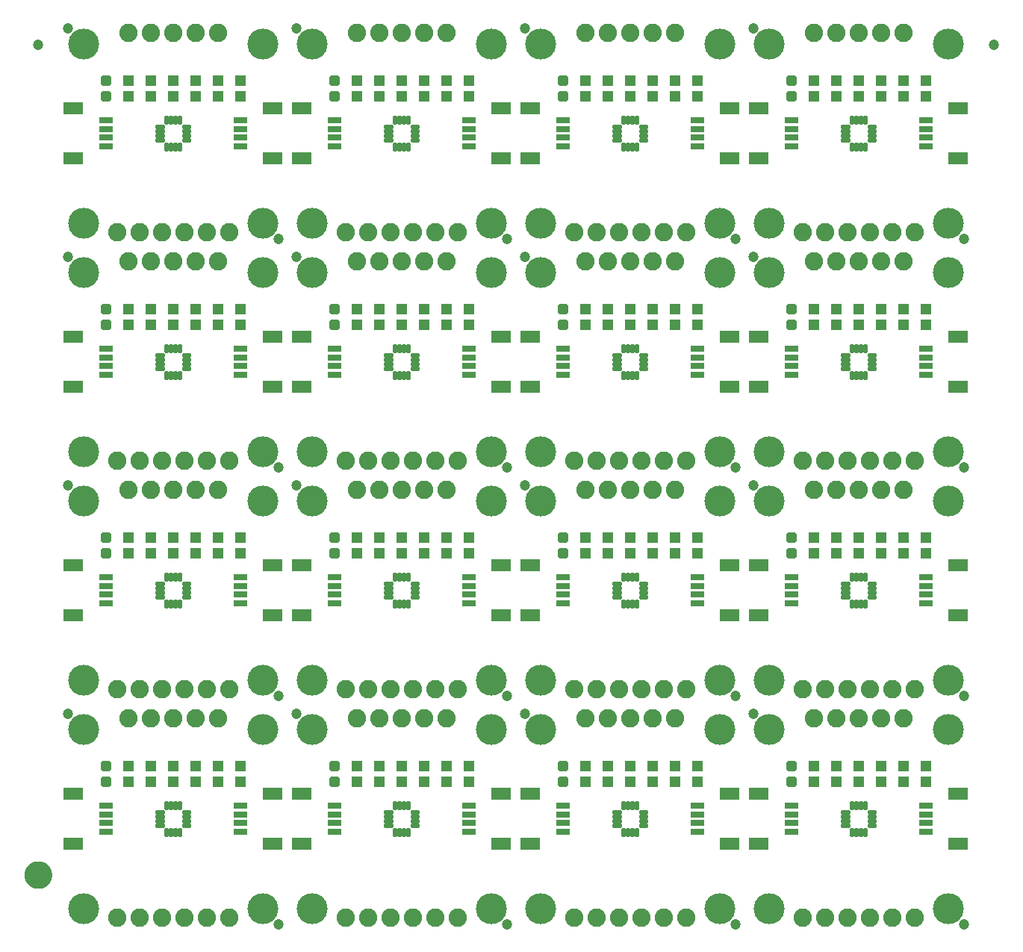
<source format=gts>
G04 EAGLE Gerber RS-274X export*
G75*
%MOMM*%
%FSLAX34Y34*%
%LPD*%
%INSoldermask Top*%
%IPPOS*%
%AMOC8*
5,1,8,0,0,1.08239X$1,22.5*%
G01*
%ADD10R,1.203200X1.303200*%
%ADD11C,0.505344*%
%ADD12C,1.203200*%
%ADD13C,3.505200*%
%ADD14R,2.203200X1.403200*%
%ADD15R,1.553200X0.803200*%
%ADD16C,2.082800*%
%ADD17C,0.427719*%
%ADD18C,1.270000*%
%ADD19C,1.703200*%


D10*
X177800Y169300D03*
X177800Y186300D03*
X127000Y169300D03*
X127000Y186300D03*
D11*
X54290Y183080D02*
X47310Y183080D01*
X47310Y190060D01*
X54290Y190060D01*
X54290Y183080D01*
X54290Y187880D02*
X47310Y187880D01*
X47310Y165540D02*
X54290Y165540D01*
X47310Y165540D02*
X47310Y172520D01*
X54290Y172520D01*
X54290Y165540D01*
X54290Y170340D02*
X47310Y170340D01*
D12*
X246380Y7620D03*
X7620Y246380D03*
D13*
X25400Y228600D03*
X228600Y228600D03*
X228600Y25400D03*
X25400Y25400D03*
D14*
X239950Y99000D03*
X239950Y155000D03*
D15*
X203200Y112000D03*
X203200Y122000D03*
X203200Y132000D03*
X203200Y142000D03*
D14*
X14050Y155000D03*
X14050Y99000D03*
D15*
X50800Y142000D03*
X50800Y132000D03*
X50800Y122000D03*
X50800Y112000D03*
D16*
X177800Y241300D03*
X152400Y241300D03*
X127000Y241300D03*
X101600Y241300D03*
X76200Y241300D03*
D10*
X76200Y169300D03*
X76200Y186300D03*
D17*
X119082Y115148D02*
X119082Y108892D01*
X119082Y115148D02*
X119838Y115148D01*
X119838Y108892D01*
X119082Y108892D01*
X119082Y112955D02*
X119838Y112955D01*
X124082Y115148D02*
X124082Y108892D01*
X124082Y115148D02*
X124838Y115148D01*
X124838Y108892D01*
X124082Y108892D01*
X124082Y112955D02*
X124838Y112955D01*
X129082Y115148D02*
X129082Y108892D01*
X129082Y115148D02*
X129838Y115148D01*
X129838Y108892D01*
X129082Y108892D01*
X129082Y112955D02*
X129838Y112955D01*
X134082Y115148D02*
X134082Y108892D01*
X134082Y115148D02*
X134838Y115148D01*
X134838Y108892D01*
X134082Y108892D01*
X134082Y112955D02*
X134838Y112955D01*
X138952Y119918D02*
X145208Y119918D01*
X145208Y119162D01*
X138952Y119162D01*
X138952Y119918D01*
X138952Y124918D02*
X145208Y124918D01*
X145208Y124162D01*
X138952Y124162D01*
X138952Y124918D01*
X138952Y129918D02*
X145208Y129918D01*
X145208Y129162D01*
X138952Y129162D01*
X138952Y129918D01*
X138952Y134918D02*
X145208Y134918D01*
X145208Y134162D01*
X138952Y134162D01*
X138952Y134918D01*
X134838Y138932D02*
X134838Y145188D01*
X134838Y138932D02*
X134082Y138932D01*
X134082Y145188D01*
X134838Y145188D01*
X134838Y142995D02*
X134082Y142995D01*
X129838Y145188D02*
X129838Y138932D01*
X129082Y138932D01*
X129082Y145188D01*
X129838Y145188D01*
X129838Y142995D02*
X129082Y142995D01*
X124838Y145188D02*
X124838Y138932D01*
X124082Y138932D01*
X124082Y145188D01*
X124838Y145188D01*
X124838Y142995D02*
X124082Y142995D01*
X119838Y145188D02*
X119838Y138932D01*
X119082Y138932D01*
X119082Y145188D01*
X119838Y145188D01*
X119838Y142995D02*
X119082Y142995D01*
X115168Y134262D02*
X108912Y134262D01*
X108912Y135018D01*
X115168Y135018D01*
X115168Y134262D01*
X115168Y129262D02*
X108912Y129262D01*
X108912Y130018D01*
X115168Y130018D01*
X115168Y129262D01*
X115168Y124262D02*
X108912Y124262D01*
X108912Y125018D01*
X115168Y125018D01*
X115168Y124262D01*
X115168Y119262D02*
X108912Y119262D01*
X108912Y120018D01*
X115168Y120018D01*
X115168Y119262D01*
D10*
X101600Y186300D03*
X101600Y169300D03*
X152400Y186300D03*
X152400Y169300D03*
X203200Y186300D03*
X203200Y169300D03*
D16*
X63500Y15240D03*
X88900Y15240D03*
X114300Y15240D03*
X139700Y15240D03*
X165100Y15240D03*
X190500Y15240D03*
D10*
X436880Y169300D03*
X436880Y186300D03*
X386080Y169300D03*
X386080Y186300D03*
D11*
X313370Y183080D02*
X306390Y183080D01*
X306390Y190060D01*
X313370Y190060D01*
X313370Y183080D01*
X313370Y187880D02*
X306390Y187880D01*
X306390Y165540D02*
X313370Y165540D01*
X306390Y165540D02*
X306390Y172520D01*
X313370Y172520D01*
X313370Y165540D01*
X313370Y170340D02*
X306390Y170340D01*
D12*
X505460Y7620D03*
X266700Y246380D03*
D13*
X284480Y228600D03*
X487680Y228600D03*
X487680Y25400D03*
X284480Y25400D03*
D14*
X499030Y99000D03*
X499030Y155000D03*
D15*
X462280Y112000D03*
X462280Y122000D03*
X462280Y132000D03*
X462280Y142000D03*
D14*
X273130Y155000D03*
X273130Y99000D03*
D15*
X309880Y142000D03*
X309880Y132000D03*
X309880Y122000D03*
X309880Y112000D03*
D16*
X436880Y241300D03*
X411480Y241300D03*
X386080Y241300D03*
X360680Y241300D03*
X335280Y241300D03*
D10*
X335280Y169300D03*
X335280Y186300D03*
D17*
X378162Y115148D02*
X378162Y108892D01*
X378162Y115148D02*
X378918Y115148D01*
X378918Y108892D01*
X378162Y108892D01*
X378162Y112955D02*
X378918Y112955D01*
X383162Y115148D02*
X383162Y108892D01*
X383162Y115148D02*
X383918Y115148D01*
X383918Y108892D01*
X383162Y108892D01*
X383162Y112955D02*
X383918Y112955D01*
X388162Y115148D02*
X388162Y108892D01*
X388162Y115148D02*
X388918Y115148D01*
X388918Y108892D01*
X388162Y108892D01*
X388162Y112955D02*
X388918Y112955D01*
X393162Y115148D02*
X393162Y108892D01*
X393162Y115148D02*
X393918Y115148D01*
X393918Y108892D01*
X393162Y108892D01*
X393162Y112955D02*
X393918Y112955D01*
X398032Y119918D02*
X404288Y119918D01*
X404288Y119162D01*
X398032Y119162D01*
X398032Y119918D01*
X398032Y124918D02*
X404288Y124918D01*
X404288Y124162D01*
X398032Y124162D01*
X398032Y124918D01*
X398032Y129918D02*
X404288Y129918D01*
X404288Y129162D01*
X398032Y129162D01*
X398032Y129918D01*
X398032Y134918D02*
X404288Y134918D01*
X404288Y134162D01*
X398032Y134162D01*
X398032Y134918D01*
X393918Y138932D02*
X393918Y145188D01*
X393918Y138932D02*
X393162Y138932D01*
X393162Y145188D01*
X393918Y145188D01*
X393918Y142995D02*
X393162Y142995D01*
X388918Y145188D02*
X388918Y138932D01*
X388162Y138932D01*
X388162Y145188D01*
X388918Y145188D01*
X388918Y142995D02*
X388162Y142995D01*
X383918Y145188D02*
X383918Y138932D01*
X383162Y138932D01*
X383162Y145188D01*
X383918Y145188D01*
X383918Y142995D02*
X383162Y142995D01*
X378918Y145188D02*
X378918Y138932D01*
X378162Y138932D01*
X378162Y145188D01*
X378918Y145188D01*
X378918Y142995D02*
X378162Y142995D01*
X374248Y134262D02*
X367992Y134262D01*
X367992Y135018D01*
X374248Y135018D01*
X374248Y134262D01*
X374248Y129262D02*
X367992Y129262D01*
X367992Y130018D01*
X374248Y130018D01*
X374248Y129262D01*
X374248Y124262D02*
X367992Y124262D01*
X367992Y125018D01*
X374248Y125018D01*
X374248Y124262D01*
X374248Y119262D02*
X367992Y119262D01*
X367992Y120018D01*
X374248Y120018D01*
X374248Y119262D01*
D10*
X360680Y186300D03*
X360680Y169300D03*
X411480Y186300D03*
X411480Y169300D03*
X462280Y186300D03*
X462280Y169300D03*
D16*
X322580Y15240D03*
X347980Y15240D03*
X373380Y15240D03*
X398780Y15240D03*
X424180Y15240D03*
X449580Y15240D03*
D10*
X695960Y169300D03*
X695960Y186300D03*
X645160Y169300D03*
X645160Y186300D03*
D11*
X572450Y183080D02*
X565470Y183080D01*
X565470Y190060D01*
X572450Y190060D01*
X572450Y183080D01*
X572450Y187880D02*
X565470Y187880D01*
X565470Y165540D02*
X572450Y165540D01*
X565470Y165540D02*
X565470Y172520D01*
X572450Y172520D01*
X572450Y165540D01*
X572450Y170340D02*
X565470Y170340D01*
D12*
X764540Y7620D03*
X525780Y246380D03*
D13*
X543560Y228600D03*
X746760Y228600D03*
X746760Y25400D03*
X543560Y25400D03*
D14*
X758110Y99000D03*
X758110Y155000D03*
D15*
X721360Y112000D03*
X721360Y122000D03*
X721360Y132000D03*
X721360Y142000D03*
D14*
X532210Y155000D03*
X532210Y99000D03*
D15*
X568960Y142000D03*
X568960Y132000D03*
X568960Y122000D03*
X568960Y112000D03*
D16*
X695960Y241300D03*
X670560Y241300D03*
X645160Y241300D03*
X619760Y241300D03*
X594360Y241300D03*
D10*
X594360Y169300D03*
X594360Y186300D03*
D17*
X637242Y115148D02*
X637242Y108892D01*
X637242Y115148D02*
X637998Y115148D01*
X637998Y108892D01*
X637242Y108892D01*
X637242Y112955D02*
X637998Y112955D01*
X642242Y115148D02*
X642242Y108892D01*
X642242Y115148D02*
X642998Y115148D01*
X642998Y108892D01*
X642242Y108892D01*
X642242Y112955D02*
X642998Y112955D01*
X647242Y115148D02*
X647242Y108892D01*
X647242Y115148D02*
X647998Y115148D01*
X647998Y108892D01*
X647242Y108892D01*
X647242Y112955D02*
X647998Y112955D01*
X652242Y115148D02*
X652242Y108892D01*
X652242Y115148D02*
X652998Y115148D01*
X652998Y108892D01*
X652242Y108892D01*
X652242Y112955D02*
X652998Y112955D01*
X657112Y119918D02*
X663368Y119918D01*
X663368Y119162D01*
X657112Y119162D01*
X657112Y119918D01*
X657112Y124918D02*
X663368Y124918D01*
X663368Y124162D01*
X657112Y124162D01*
X657112Y124918D01*
X657112Y129918D02*
X663368Y129918D01*
X663368Y129162D01*
X657112Y129162D01*
X657112Y129918D01*
X657112Y134918D02*
X663368Y134918D01*
X663368Y134162D01*
X657112Y134162D01*
X657112Y134918D01*
X652998Y138932D02*
X652998Y145188D01*
X652998Y138932D02*
X652242Y138932D01*
X652242Y145188D01*
X652998Y145188D01*
X652998Y142995D02*
X652242Y142995D01*
X647998Y145188D02*
X647998Y138932D01*
X647242Y138932D01*
X647242Y145188D01*
X647998Y145188D01*
X647998Y142995D02*
X647242Y142995D01*
X642998Y145188D02*
X642998Y138932D01*
X642242Y138932D01*
X642242Y145188D01*
X642998Y145188D01*
X642998Y142995D02*
X642242Y142995D01*
X637998Y145188D02*
X637998Y138932D01*
X637242Y138932D01*
X637242Y145188D01*
X637998Y145188D01*
X637998Y142995D02*
X637242Y142995D01*
X633328Y134262D02*
X627072Y134262D01*
X627072Y135018D01*
X633328Y135018D01*
X633328Y134262D01*
X633328Y129262D02*
X627072Y129262D01*
X627072Y130018D01*
X633328Y130018D01*
X633328Y129262D01*
X633328Y124262D02*
X627072Y124262D01*
X627072Y125018D01*
X633328Y125018D01*
X633328Y124262D01*
X633328Y119262D02*
X627072Y119262D01*
X627072Y120018D01*
X633328Y120018D01*
X633328Y119262D01*
D10*
X619760Y186300D03*
X619760Y169300D03*
X670560Y186300D03*
X670560Y169300D03*
X721360Y186300D03*
X721360Y169300D03*
D16*
X581660Y15240D03*
X607060Y15240D03*
X632460Y15240D03*
X657860Y15240D03*
X683260Y15240D03*
X708660Y15240D03*
D10*
X955040Y169300D03*
X955040Y186300D03*
X904240Y169300D03*
X904240Y186300D03*
D11*
X831530Y183080D02*
X824550Y183080D01*
X824550Y190060D01*
X831530Y190060D01*
X831530Y183080D01*
X831530Y187880D02*
X824550Y187880D01*
X824550Y165540D02*
X831530Y165540D01*
X824550Y165540D02*
X824550Y172520D01*
X831530Y172520D01*
X831530Y165540D01*
X831530Y170340D02*
X824550Y170340D01*
D12*
X1023620Y7620D03*
X784860Y246380D03*
D13*
X802640Y228600D03*
X1005840Y228600D03*
X1005840Y25400D03*
X802640Y25400D03*
D14*
X1017190Y99000D03*
X1017190Y155000D03*
D15*
X980440Y112000D03*
X980440Y122000D03*
X980440Y132000D03*
X980440Y142000D03*
D14*
X791290Y155000D03*
X791290Y99000D03*
D15*
X828040Y142000D03*
X828040Y132000D03*
X828040Y122000D03*
X828040Y112000D03*
D16*
X955040Y241300D03*
X929640Y241300D03*
X904240Y241300D03*
X878840Y241300D03*
X853440Y241300D03*
D10*
X853440Y169300D03*
X853440Y186300D03*
D17*
X896322Y115148D02*
X896322Y108892D01*
X896322Y115148D02*
X897078Y115148D01*
X897078Y108892D01*
X896322Y108892D01*
X896322Y112955D02*
X897078Y112955D01*
X901322Y115148D02*
X901322Y108892D01*
X901322Y115148D02*
X902078Y115148D01*
X902078Y108892D01*
X901322Y108892D01*
X901322Y112955D02*
X902078Y112955D01*
X906322Y115148D02*
X906322Y108892D01*
X906322Y115148D02*
X907078Y115148D01*
X907078Y108892D01*
X906322Y108892D01*
X906322Y112955D02*
X907078Y112955D01*
X911322Y115148D02*
X911322Y108892D01*
X911322Y115148D02*
X912078Y115148D01*
X912078Y108892D01*
X911322Y108892D01*
X911322Y112955D02*
X912078Y112955D01*
X916192Y119918D02*
X922448Y119918D01*
X922448Y119162D01*
X916192Y119162D01*
X916192Y119918D01*
X916192Y124918D02*
X922448Y124918D01*
X922448Y124162D01*
X916192Y124162D01*
X916192Y124918D01*
X916192Y129918D02*
X922448Y129918D01*
X922448Y129162D01*
X916192Y129162D01*
X916192Y129918D01*
X916192Y134918D02*
X922448Y134918D01*
X922448Y134162D01*
X916192Y134162D01*
X916192Y134918D01*
X912078Y138932D02*
X912078Y145188D01*
X912078Y138932D02*
X911322Y138932D01*
X911322Y145188D01*
X912078Y145188D01*
X912078Y142995D02*
X911322Y142995D01*
X907078Y145188D02*
X907078Y138932D01*
X906322Y138932D01*
X906322Y145188D01*
X907078Y145188D01*
X907078Y142995D02*
X906322Y142995D01*
X902078Y145188D02*
X902078Y138932D01*
X901322Y138932D01*
X901322Y145188D01*
X902078Y145188D01*
X902078Y142995D02*
X901322Y142995D01*
X897078Y145188D02*
X897078Y138932D01*
X896322Y138932D01*
X896322Y145188D01*
X897078Y145188D01*
X897078Y142995D02*
X896322Y142995D01*
X892408Y134262D02*
X886152Y134262D01*
X886152Y135018D01*
X892408Y135018D01*
X892408Y134262D01*
X892408Y129262D02*
X886152Y129262D01*
X886152Y130018D01*
X892408Y130018D01*
X892408Y129262D01*
X892408Y124262D02*
X886152Y124262D01*
X886152Y125018D01*
X892408Y125018D01*
X892408Y124262D01*
X892408Y119262D02*
X886152Y119262D01*
X886152Y120018D01*
X892408Y120018D01*
X892408Y119262D01*
D10*
X878840Y186300D03*
X878840Y169300D03*
X929640Y186300D03*
X929640Y169300D03*
X980440Y186300D03*
X980440Y169300D03*
D16*
X840740Y15240D03*
X866140Y15240D03*
X891540Y15240D03*
X916940Y15240D03*
X942340Y15240D03*
X967740Y15240D03*
D10*
X177800Y428380D03*
X177800Y445380D03*
X127000Y428380D03*
X127000Y445380D03*
D11*
X54290Y442160D02*
X47310Y442160D01*
X47310Y449140D01*
X54290Y449140D01*
X54290Y442160D01*
X54290Y446960D02*
X47310Y446960D01*
X47310Y424620D02*
X54290Y424620D01*
X47310Y424620D02*
X47310Y431600D01*
X54290Y431600D01*
X54290Y424620D01*
X54290Y429420D02*
X47310Y429420D01*
D12*
X246380Y266700D03*
X7620Y505460D03*
D13*
X25400Y487680D03*
X228600Y487680D03*
X228600Y284480D03*
X25400Y284480D03*
D14*
X239950Y358080D03*
X239950Y414080D03*
D15*
X203200Y371080D03*
X203200Y381080D03*
X203200Y391080D03*
X203200Y401080D03*
D14*
X14050Y414080D03*
X14050Y358080D03*
D15*
X50800Y401080D03*
X50800Y391080D03*
X50800Y381080D03*
X50800Y371080D03*
D16*
X177800Y500380D03*
X152400Y500380D03*
X127000Y500380D03*
X101600Y500380D03*
X76200Y500380D03*
D10*
X76200Y428380D03*
X76200Y445380D03*
D17*
X119082Y374228D02*
X119082Y367972D01*
X119082Y374228D02*
X119838Y374228D01*
X119838Y367972D01*
X119082Y367972D01*
X119082Y372035D02*
X119838Y372035D01*
X124082Y374228D02*
X124082Y367972D01*
X124082Y374228D02*
X124838Y374228D01*
X124838Y367972D01*
X124082Y367972D01*
X124082Y372035D02*
X124838Y372035D01*
X129082Y374228D02*
X129082Y367972D01*
X129082Y374228D02*
X129838Y374228D01*
X129838Y367972D01*
X129082Y367972D01*
X129082Y372035D02*
X129838Y372035D01*
X134082Y374228D02*
X134082Y367972D01*
X134082Y374228D02*
X134838Y374228D01*
X134838Y367972D01*
X134082Y367972D01*
X134082Y372035D02*
X134838Y372035D01*
X138952Y378998D02*
X145208Y378998D01*
X145208Y378242D01*
X138952Y378242D01*
X138952Y378998D01*
X138952Y383998D02*
X145208Y383998D01*
X145208Y383242D01*
X138952Y383242D01*
X138952Y383998D01*
X138952Y388998D02*
X145208Y388998D01*
X145208Y388242D01*
X138952Y388242D01*
X138952Y388998D01*
X138952Y393998D02*
X145208Y393998D01*
X145208Y393242D01*
X138952Y393242D01*
X138952Y393998D01*
X134838Y398012D02*
X134838Y404268D01*
X134838Y398012D02*
X134082Y398012D01*
X134082Y404268D01*
X134838Y404268D01*
X134838Y402075D02*
X134082Y402075D01*
X129838Y404268D02*
X129838Y398012D01*
X129082Y398012D01*
X129082Y404268D01*
X129838Y404268D01*
X129838Y402075D02*
X129082Y402075D01*
X124838Y404268D02*
X124838Y398012D01*
X124082Y398012D01*
X124082Y404268D01*
X124838Y404268D01*
X124838Y402075D02*
X124082Y402075D01*
X119838Y404268D02*
X119838Y398012D01*
X119082Y398012D01*
X119082Y404268D01*
X119838Y404268D01*
X119838Y402075D02*
X119082Y402075D01*
X115168Y393342D02*
X108912Y393342D01*
X108912Y394098D01*
X115168Y394098D01*
X115168Y393342D01*
X115168Y388342D02*
X108912Y388342D01*
X108912Y389098D01*
X115168Y389098D01*
X115168Y388342D01*
X115168Y383342D02*
X108912Y383342D01*
X108912Y384098D01*
X115168Y384098D01*
X115168Y383342D01*
X115168Y378342D02*
X108912Y378342D01*
X108912Y379098D01*
X115168Y379098D01*
X115168Y378342D01*
D10*
X101600Y445380D03*
X101600Y428380D03*
X152400Y445380D03*
X152400Y428380D03*
X203200Y445380D03*
X203200Y428380D03*
D16*
X63500Y274320D03*
X88900Y274320D03*
X114300Y274320D03*
X139700Y274320D03*
X165100Y274320D03*
X190500Y274320D03*
D10*
X436880Y428380D03*
X436880Y445380D03*
X386080Y428380D03*
X386080Y445380D03*
D11*
X313370Y442160D02*
X306390Y442160D01*
X306390Y449140D01*
X313370Y449140D01*
X313370Y442160D01*
X313370Y446960D02*
X306390Y446960D01*
X306390Y424620D02*
X313370Y424620D01*
X306390Y424620D02*
X306390Y431600D01*
X313370Y431600D01*
X313370Y424620D01*
X313370Y429420D02*
X306390Y429420D01*
D12*
X505460Y266700D03*
X266700Y505460D03*
D13*
X284480Y487680D03*
X487680Y487680D03*
X487680Y284480D03*
X284480Y284480D03*
D14*
X499030Y358080D03*
X499030Y414080D03*
D15*
X462280Y371080D03*
X462280Y381080D03*
X462280Y391080D03*
X462280Y401080D03*
D14*
X273130Y414080D03*
X273130Y358080D03*
D15*
X309880Y401080D03*
X309880Y391080D03*
X309880Y381080D03*
X309880Y371080D03*
D16*
X436880Y500380D03*
X411480Y500380D03*
X386080Y500380D03*
X360680Y500380D03*
X335280Y500380D03*
D10*
X335280Y428380D03*
X335280Y445380D03*
D17*
X378162Y374228D02*
X378162Y367972D01*
X378162Y374228D02*
X378918Y374228D01*
X378918Y367972D01*
X378162Y367972D01*
X378162Y372035D02*
X378918Y372035D01*
X383162Y374228D02*
X383162Y367972D01*
X383162Y374228D02*
X383918Y374228D01*
X383918Y367972D01*
X383162Y367972D01*
X383162Y372035D02*
X383918Y372035D01*
X388162Y374228D02*
X388162Y367972D01*
X388162Y374228D02*
X388918Y374228D01*
X388918Y367972D01*
X388162Y367972D01*
X388162Y372035D02*
X388918Y372035D01*
X393162Y374228D02*
X393162Y367972D01*
X393162Y374228D02*
X393918Y374228D01*
X393918Y367972D01*
X393162Y367972D01*
X393162Y372035D02*
X393918Y372035D01*
X398032Y378998D02*
X404288Y378998D01*
X404288Y378242D01*
X398032Y378242D01*
X398032Y378998D01*
X398032Y383998D02*
X404288Y383998D01*
X404288Y383242D01*
X398032Y383242D01*
X398032Y383998D01*
X398032Y388998D02*
X404288Y388998D01*
X404288Y388242D01*
X398032Y388242D01*
X398032Y388998D01*
X398032Y393998D02*
X404288Y393998D01*
X404288Y393242D01*
X398032Y393242D01*
X398032Y393998D01*
X393918Y398012D02*
X393918Y404268D01*
X393918Y398012D02*
X393162Y398012D01*
X393162Y404268D01*
X393918Y404268D01*
X393918Y402075D02*
X393162Y402075D01*
X388918Y404268D02*
X388918Y398012D01*
X388162Y398012D01*
X388162Y404268D01*
X388918Y404268D01*
X388918Y402075D02*
X388162Y402075D01*
X383918Y404268D02*
X383918Y398012D01*
X383162Y398012D01*
X383162Y404268D01*
X383918Y404268D01*
X383918Y402075D02*
X383162Y402075D01*
X378918Y404268D02*
X378918Y398012D01*
X378162Y398012D01*
X378162Y404268D01*
X378918Y404268D01*
X378918Y402075D02*
X378162Y402075D01*
X374248Y393342D02*
X367992Y393342D01*
X367992Y394098D01*
X374248Y394098D01*
X374248Y393342D01*
X374248Y388342D02*
X367992Y388342D01*
X367992Y389098D01*
X374248Y389098D01*
X374248Y388342D01*
X374248Y383342D02*
X367992Y383342D01*
X367992Y384098D01*
X374248Y384098D01*
X374248Y383342D01*
X374248Y378342D02*
X367992Y378342D01*
X367992Y379098D01*
X374248Y379098D01*
X374248Y378342D01*
D10*
X360680Y445380D03*
X360680Y428380D03*
X411480Y445380D03*
X411480Y428380D03*
X462280Y445380D03*
X462280Y428380D03*
D16*
X322580Y274320D03*
X347980Y274320D03*
X373380Y274320D03*
X398780Y274320D03*
X424180Y274320D03*
X449580Y274320D03*
D10*
X695960Y428380D03*
X695960Y445380D03*
X645160Y428380D03*
X645160Y445380D03*
D11*
X572450Y442160D02*
X565470Y442160D01*
X565470Y449140D01*
X572450Y449140D01*
X572450Y442160D01*
X572450Y446960D02*
X565470Y446960D01*
X565470Y424620D02*
X572450Y424620D01*
X565470Y424620D02*
X565470Y431600D01*
X572450Y431600D01*
X572450Y424620D01*
X572450Y429420D02*
X565470Y429420D01*
D12*
X764540Y266700D03*
X525780Y505460D03*
D13*
X543560Y487680D03*
X746760Y487680D03*
X746760Y284480D03*
X543560Y284480D03*
D14*
X758110Y358080D03*
X758110Y414080D03*
D15*
X721360Y371080D03*
X721360Y381080D03*
X721360Y391080D03*
X721360Y401080D03*
D14*
X532210Y414080D03*
X532210Y358080D03*
D15*
X568960Y401080D03*
X568960Y391080D03*
X568960Y381080D03*
X568960Y371080D03*
D16*
X695960Y500380D03*
X670560Y500380D03*
X645160Y500380D03*
X619760Y500380D03*
X594360Y500380D03*
D10*
X594360Y428380D03*
X594360Y445380D03*
D17*
X637242Y374228D02*
X637242Y367972D01*
X637242Y374228D02*
X637998Y374228D01*
X637998Y367972D01*
X637242Y367972D01*
X637242Y372035D02*
X637998Y372035D01*
X642242Y374228D02*
X642242Y367972D01*
X642242Y374228D02*
X642998Y374228D01*
X642998Y367972D01*
X642242Y367972D01*
X642242Y372035D02*
X642998Y372035D01*
X647242Y374228D02*
X647242Y367972D01*
X647242Y374228D02*
X647998Y374228D01*
X647998Y367972D01*
X647242Y367972D01*
X647242Y372035D02*
X647998Y372035D01*
X652242Y374228D02*
X652242Y367972D01*
X652242Y374228D02*
X652998Y374228D01*
X652998Y367972D01*
X652242Y367972D01*
X652242Y372035D02*
X652998Y372035D01*
X657112Y378998D02*
X663368Y378998D01*
X663368Y378242D01*
X657112Y378242D01*
X657112Y378998D01*
X657112Y383998D02*
X663368Y383998D01*
X663368Y383242D01*
X657112Y383242D01*
X657112Y383998D01*
X657112Y388998D02*
X663368Y388998D01*
X663368Y388242D01*
X657112Y388242D01*
X657112Y388998D01*
X657112Y393998D02*
X663368Y393998D01*
X663368Y393242D01*
X657112Y393242D01*
X657112Y393998D01*
X652998Y398012D02*
X652998Y404268D01*
X652998Y398012D02*
X652242Y398012D01*
X652242Y404268D01*
X652998Y404268D01*
X652998Y402075D02*
X652242Y402075D01*
X647998Y404268D02*
X647998Y398012D01*
X647242Y398012D01*
X647242Y404268D01*
X647998Y404268D01*
X647998Y402075D02*
X647242Y402075D01*
X642998Y404268D02*
X642998Y398012D01*
X642242Y398012D01*
X642242Y404268D01*
X642998Y404268D01*
X642998Y402075D02*
X642242Y402075D01*
X637998Y404268D02*
X637998Y398012D01*
X637242Y398012D01*
X637242Y404268D01*
X637998Y404268D01*
X637998Y402075D02*
X637242Y402075D01*
X633328Y393342D02*
X627072Y393342D01*
X627072Y394098D01*
X633328Y394098D01*
X633328Y393342D01*
X633328Y388342D02*
X627072Y388342D01*
X627072Y389098D01*
X633328Y389098D01*
X633328Y388342D01*
X633328Y383342D02*
X627072Y383342D01*
X627072Y384098D01*
X633328Y384098D01*
X633328Y383342D01*
X633328Y378342D02*
X627072Y378342D01*
X627072Y379098D01*
X633328Y379098D01*
X633328Y378342D01*
D10*
X619760Y445380D03*
X619760Y428380D03*
X670560Y445380D03*
X670560Y428380D03*
X721360Y445380D03*
X721360Y428380D03*
D16*
X581660Y274320D03*
X607060Y274320D03*
X632460Y274320D03*
X657860Y274320D03*
X683260Y274320D03*
X708660Y274320D03*
D10*
X955040Y428380D03*
X955040Y445380D03*
X904240Y428380D03*
X904240Y445380D03*
D11*
X831530Y442160D02*
X824550Y442160D01*
X824550Y449140D01*
X831530Y449140D01*
X831530Y442160D01*
X831530Y446960D02*
X824550Y446960D01*
X824550Y424620D02*
X831530Y424620D01*
X824550Y424620D02*
X824550Y431600D01*
X831530Y431600D01*
X831530Y424620D01*
X831530Y429420D02*
X824550Y429420D01*
D12*
X1023620Y266700D03*
X784860Y505460D03*
D13*
X802640Y487680D03*
X1005840Y487680D03*
X1005840Y284480D03*
X802640Y284480D03*
D14*
X1017190Y358080D03*
X1017190Y414080D03*
D15*
X980440Y371080D03*
X980440Y381080D03*
X980440Y391080D03*
X980440Y401080D03*
D14*
X791290Y414080D03*
X791290Y358080D03*
D15*
X828040Y401080D03*
X828040Y391080D03*
X828040Y381080D03*
X828040Y371080D03*
D16*
X955040Y500380D03*
X929640Y500380D03*
X904240Y500380D03*
X878840Y500380D03*
X853440Y500380D03*
D10*
X853440Y428380D03*
X853440Y445380D03*
D17*
X896322Y374228D02*
X896322Y367972D01*
X896322Y374228D02*
X897078Y374228D01*
X897078Y367972D01*
X896322Y367972D01*
X896322Y372035D02*
X897078Y372035D01*
X901322Y374228D02*
X901322Y367972D01*
X901322Y374228D02*
X902078Y374228D01*
X902078Y367972D01*
X901322Y367972D01*
X901322Y372035D02*
X902078Y372035D01*
X906322Y374228D02*
X906322Y367972D01*
X906322Y374228D02*
X907078Y374228D01*
X907078Y367972D01*
X906322Y367972D01*
X906322Y372035D02*
X907078Y372035D01*
X911322Y374228D02*
X911322Y367972D01*
X911322Y374228D02*
X912078Y374228D01*
X912078Y367972D01*
X911322Y367972D01*
X911322Y372035D02*
X912078Y372035D01*
X916192Y378998D02*
X922448Y378998D01*
X922448Y378242D01*
X916192Y378242D01*
X916192Y378998D01*
X916192Y383998D02*
X922448Y383998D01*
X922448Y383242D01*
X916192Y383242D01*
X916192Y383998D01*
X916192Y388998D02*
X922448Y388998D01*
X922448Y388242D01*
X916192Y388242D01*
X916192Y388998D01*
X916192Y393998D02*
X922448Y393998D01*
X922448Y393242D01*
X916192Y393242D01*
X916192Y393998D01*
X912078Y398012D02*
X912078Y404268D01*
X912078Y398012D02*
X911322Y398012D01*
X911322Y404268D01*
X912078Y404268D01*
X912078Y402075D02*
X911322Y402075D01*
X907078Y404268D02*
X907078Y398012D01*
X906322Y398012D01*
X906322Y404268D01*
X907078Y404268D01*
X907078Y402075D02*
X906322Y402075D01*
X902078Y404268D02*
X902078Y398012D01*
X901322Y398012D01*
X901322Y404268D01*
X902078Y404268D01*
X902078Y402075D02*
X901322Y402075D01*
X897078Y404268D02*
X897078Y398012D01*
X896322Y398012D01*
X896322Y404268D01*
X897078Y404268D01*
X897078Y402075D02*
X896322Y402075D01*
X892408Y393342D02*
X886152Y393342D01*
X886152Y394098D01*
X892408Y394098D01*
X892408Y393342D01*
X892408Y388342D02*
X886152Y388342D01*
X886152Y389098D01*
X892408Y389098D01*
X892408Y388342D01*
X892408Y383342D02*
X886152Y383342D01*
X886152Y384098D01*
X892408Y384098D01*
X892408Y383342D01*
X892408Y378342D02*
X886152Y378342D01*
X886152Y379098D01*
X892408Y379098D01*
X892408Y378342D01*
D10*
X878840Y445380D03*
X878840Y428380D03*
X929640Y445380D03*
X929640Y428380D03*
X980440Y445380D03*
X980440Y428380D03*
D16*
X840740Y274320D03*
X866140Y274320D03*
X891540Y274320D03*
X916940Y274320D03*
X942340Y274320D03*
X967740Y274320D03*
D10*
X177800Y687460D03*
X177800Y704460D03*
X127000Y687460D03*
X127000Y704460D03*
D11*
X54290Y701240D02*
X47310Y701240D01*
X47310Y708220D01*
X54290Y708220D01*
X54290Y701240D01*
X54290Y706040D02*
X47310Y706040D01*
X47310Y683700D02*
X54290Y683700D01*
X47310Y683700D02*
X47310Y690680D01*
X54290Y690680D01*
X54290Y683700D01*
X54290Y688500D02*
X47310Y688500D01*
D12*
X246380Y525780D03*
X7620Y764540D03*
D13*
X25400Y746760D03*
X228600Y746760D03*
X228600Y543560D03*
X25400Y543560D03*
D14*
X239950Y617160D03*
X239950Y673160D03*
D15*
X203200Y630160D03*
X203200Y640160D03*
X203200Y650160D03*
X203200Y660160D03*
D14*
X14050Y673160D03*
X14050Y617160D03*
D15*
X50800Y660160D03*
X50800Y650160D03*
X50800Y640160D03*
X50800Y630160D03*
D16*
X177800Y759460D03*
X152400Y759460D03*
X127000Y759460D03*
X101600Y759460D03*
X76200Y759460D03*
D10*
X76200Y687460D03*
X76200Y704460D03*
D17*
X119082Y633308D02*
X119082Y627052D01*
X119082Y633308D02*
X119838Y633308D01*
X119838Y627052D01*
X119082Y627052D01*
X119082Y631115D02*
X119838Y631115D01*
X124082Y633308D02*
X124082Y627052D01*
X124082Y633308D02*
X124838Y633308D01*
X124838Y627052D01*
X124082Y627052D01*
X124082Y631115D02*
X124838Y631115D01*
X129082Y633308D02*
X129082Y627052D01*
X129082Y633308D02*
X129838Y633308D01*
X129838Y627052D01*
X129082Y627052D01*
X129082Y631115D02*
X129838Y631115D01*
X134082Y633308D02*
X134082Y627052D01*
X134082Y633308D02*
X134838Y633308D01*
X134838Y627052D01*
X134082Y627052D01*
X134082Y631115D02*
X134838Y631115D01*
X138952Y638078D02*
X145208Y638078D01*
X145208Y637322D01*
X138952Y637322D01*
X138952Y638078D01*
X138952Y643078D02*
X145208Y643078D01*
X145208Y642322D01*
X138952Y642322D01*
X138952Y643078D01*
X138952Y648078D02*
X145208Y648078D01*
X145208Y647322D01*
X138952Y647322D01*
X138952Y648078D01*
X138952Y653078D02*
X145208Y653078D01*
X145208Y652322D01*
X138952Y652322D01*
X138952Y653078D01*
X134838Y657092D02*
X134838Y663348D01*
X134838Y657092D02*
X134082Y657092D01*
X134082Y663348D01*
X134838Y663348D01*
X134838Y661155D02*
X134082Y661155D01*
X129838Y663348D02*
X129838Y657092D01*
X129082Y657092D01*
X129082Y663348D01*
X129838Y663348D01*
X129838Y661155D02*
X129082Y661155D01*
X124838Y663348D02*
X124838Y657092D01*
X124082Y657092D01*
X124082Y663348D01*
X124838Y663348D01*
X124838Y661155D02*
X124082Y661155D01*
X119838Y663348D02*
X119838Y657092D01*
X119082Y657092D01*
X119082Y663348D01*
X119838Y663348D01*
X119838Y661155D02*
X119082Y661155D01*
X115168Y652422D02*
X108912Y652422D01*
X108912Y653178D01*
X115168Y653178D01*
X115168Y652422D01*
X115168Y647422D02*
X108912Y647422D01*
X108912Y648178D01*
X115168Y648178D01*
X115168Y647422D01*
X115168Y642422D02*
X108912Y642422D01*
X108912Y643178D01*
X115168Y643178D01*
X115168Y642422D01*
X115168Y637422D02*
X108912Y637422D01*
X108912Y638178D01*
X115168Y638178D01*
X115168Y637422D01*
D10*
X101600Y704460D03*
X101600Y687460D03*
X152400Y704460D03*
X152400Y687460D03*
X203200Y704460D03*
X203200Y687460D03*
D16*
X63500Y533400D03*
X88900Y533400D03*
X114300Y533400D03*
X139700Y533400D03*
X165100Y533400D03*
X190500Y533400D03*
D10*
X436880Y687460D03*
X436880Y704460D03*
X386080Y687460D03*
X386080Y704460D03*
D11*
X313370Y701240D02*
X306390Y701240D01*
X306390Y708220D01*
X313370Y708220D01*
X313370Y701240D01*
X313370Y706040D02*
X306390Y706040D01*
X306390Y683700D02*
X313370Y683700D01*
X306390Y683700D02*
X306390Y690680D01*
X313370Y690680D01*
X313370Y683700D01*
X313370Y688500D02*
X306390Y688500D01*
D12*
X505460Y525780D03*
X266700Y764540D03*
D13*
X284480Y746760D03*
X487680Y746760D03*
X487680Y543560D03*
X284480Y543560D03*
D14*
X499030Y617160D03*
X499030Y673160D03*
D15*
X462280Y630160D03*
X462280Y640160D03*
X462280Y650160D03*
X462280Y660160D03*
D14*
X273130Y673160D03*
X273130Y617160D03*
D15*
X309880Y660160D03*
X309880Y650160D03*
X309880Y640160D03*
X309880Y630160D03*
D16*
X436880Y759460D03*
X411480Y759460D03*
X386080Y759460D03*
X360680Y759460D03*
X335280Y759460D03*
D10*
X335280Y687460D03*
X335280Y704460D03*
D17*
X378162Y633308D02*
X378162Y627052D01*
X378162Y633308D02*
X378918Y633308D01*
X378918Y627052D01*
X378162Y627052D01*
X378162Y631115D02*
X378918Y631115D01*
X383162Y633308D02*
X383162Y627052D01*
X383162Y633308D02*
X383918Y633308D01*
X383918Y627052D01*
X383162Y627052D01*
X383162Y631115D02*
X383918Y631115D01*
X388162Y633308D02*
X388162Y627052D01*
X388162Y633308D02*
X388918Y633308D01*
X388918Y627052D01*
X388162Y627052D01*
X388162Y631115D02*
X388918Y631115D01*
X393162Y633308D02*
X393162Y627052D01*
X393162Y633308D02*
X393918Y633308D01*
X393918Y627052D01*
X393162Y627052D01*
X393162Y631115D02*
X393918Y631115D01*
X398032Y638078D02*
X404288Y638078D01*
X404288Y637322D01*
X398032Y637322D01*
X398032Y638078D01*
X398032Y643078D02*
X404288Y643078D01*
X404288Y642322D01*
X398032Y642322D01*
X398032Y643078D01*
X398032Y648078D02*
X404288Y648078D01*
X404288Y647322D01*
X398032Y647322D01*
X398032Y648078D01*
X398032Y653078D02*
X404288Y653078D01*
X404288Y652322D01*
X398032Y652322D01*
X398032Y653078D01*
X393918Y657092D02*
X393918Y663348D01*
X393918Y657092D02*
X393162Y657092D01*
X393162Y663348D01*
X393918Y663348D01*
X393918Y661155D02*
X393162Y661155D01*
X388918Y663348D02*
X388918Y657092D01*
X388162Y657092D01*
X388162Y663348D01*
X388918Y663348D01*
X388918Y661155D02*
X388162Y661155D01*
X383918Y663348D02*
X383918Y657092D01*
X383162Y657092D01*
X383162Y663348D01*
X383918Y663348D01*
X383918Y661155D02*
X383162Y661155D01*
X378918Y663348D02*
X378918Y657092D01*
X378162Y657092D01*
X378162Y663348D01*
X378918Y663348D01*
X378918Y661155D02*
X378162Y661155D01*
X374248Y652422D02*
X367992Y652422D01*
X367992Y653178D01*
X374248Y653178D01*
X374248Y652422D01*
X374248Y647422D02*
X367992Y647422D01*
X367992Y648178D01*
X374248Y648178D01*
X374248Y647422D01*
X374248Y642422D02*
X367992Y642422D01*
X367992Y643178D01*
X374248Y643178D01*
X374248Y642422D01*
X374248Y637422D02*
X367992Y637422D01*
X367992Y638178D01*
X374248Y638178D01*
X374248Y637422D01*
D10*
X360680Y704460D03*
X360680Y687460D03*
X411480Y704460D03*
X411480Y687460D03*
X462280Y704460D03*
X462280Y687460D03*
D16*
X322580Y533400D03*
X347980Y533400D03*
X373380Y533400D03*
X398780Y533400D03*
X424180Y533400D03*
X449580Y533400D03*
D10*
X695960Y687460D03*
X695960Y704460D03*
X645160Y687460D03*
X645160Y704460D03*
D11*
X572450Y701240D02*
X565470Y701240D01*
X565470Y708220D01*
X572450Y708220D01*
X572450Y701240D01*
X572450Y706040D02*
X565470Y706040D01*
X565470Y683700D02*
X572450Y683700D01*
X565470Y683700D02*
X565470Y690680D01*
X572450Y690680D01*
X572450Y683700D01*
X572450Y688500D02*
X565470Y688500D01*
D12*
X764540Y525780D03*
X525780Y764540D03*
D13*
X543560Y746760D03*
X746760Y746760D03*
X746760Y543560D03*
X543560Y543560D03*
D14*
X758110Y617160D03*
X758110Y673160D03*
D15*
X721360Y630160D03*
X721360Y640160D03*
X721360Y650160D03*
X721360Y660160D03*
D14*
X532210Y673160D03*
X532210Y617160D03*
D15*
X568960Y660160D03*
X568960Y650160D03*
X568960Y640160D03*
X568960Y630160D03*
D16*
X695960Y759460D03*
X670560Y759460D03*
X645160Y759460D03*
X619760Y759460D03*
X594360Y759460D03*
D10*
X594360Y687460D03*
X594360Y704460D03*
D17*
X637242Y633308D02*
X637242Y627052D01*
X637242Y633308D02*
X637998Y633308D01*
X637998Y627052D01*
X637242Y627052D01*
X637242Y631115D02*
X637998Y631115D01*
X642242Y633308D02*
X642242Y627052D01*
X642242Y633308D02*
X642998Y633308D01*
X642998Y627052D01*
X642242Y627052D01*
X642242Y631115D02*
X642998Y631115D01*
X647242Y633308D02*
X647242Y627052D01*
X647242Y633308D02*
X647998Y633308D01*
X647998Y627052D01*
X647242Y627052D01*
X647242Y631115D02*
X647998Y631115D01*
X652242Y633308D02*
X652242Y627052D01*
X652242Y633308D02*
X652998Y633308D01*
X652998Y627052D01*
X652242Y627052D01*
X652242Y631115D02*
X652998Y631115D01*
X657112Y638078D02*
X663368Y638078D01*
X663368Y637322D01*
X657112Y637322D01*
X657112Y638078D01*
X657112Y643078D02*
X663368Y643078D01*
X663368Y642322D01*
X657112Y642322D01*
X657112Y643078D01*
X657112Y648078D02*
X663368Y648078D01*
X663368Y647322D01*
X657112Y647322D01*
X657112Y648078D01*
X657112Y653078D02*
X663368Y653078D01*
X663368Y652322D01*
X657112Y652322D01*
X657112Y653078D01*
X652998Y657092D02*
X652998Y663348D01*
X652998Y657092D02*
X652242Y657092D01*
X652242Y663348D01*
X652998Y663348D01*
X652998Y661155D02*
X652242Y661155D01*
X647998Y663348D02*
X647998Y657092D01*
X647242Y657092D01*
X647242Y663348D01*
X647998Y663348D01*
X647998Y661155D02*
X647242Y661155D01*
X642998Y663348D02*
X642998Y657092D01*
X642242Y657092D01*
X642242Y663348D01*
X642998Y663348D01*
X642998Y661155D02*
X642242Y661155D01*
X637998Y663348D02*
X637998Y657092D01*
X637242Y657092D01*
X637242Y663348D01*
X637998Y663348D01*
X637998Y661155D02*
X637242Y661155D01*
X633328Y652422D02*
X627072Y652422D01*
X627072Y653178D01*
X633328Y653178D01*
X633328Y652422D01*
X633328Y647422D02*
X627072Y647422D01*
X627072Y648178D01*
X633328Y648178D01*
X633328Y647422D01*
X633328Y642422D02*
X627072Y642422D01*
X627072Y643178D01*
X633328Y643178D01*
X633328Y642422D01*
X633328Y637422D02*
X627072Y637422D01*
X627072Y638178D01*
X633328Y638178D01*
X633328Y637422D01*
D10*
X619760Y704460D03*
X619760Y687460D03*
X670560Y704460D03*
X670560Y687460D03*
X721360Y704460D03*
X721360Y687460D03*
D16*
X581660Y533400D03*
X607060Y533400D03*
X632460Y533400D03*
X657860Y533400D03*
X683260Y533400D03*
X708660Y533400D03*
D10*
X955040Y687460D03*
X955040Y704460D03*
X904240Y687460D03*
X904240Y704460D03*
D11*
X831530Y701240D02*
X824550Y701240D01*
X824550Y708220D01*
X831530Y708220D01*
X831530Y701240D01*
X831530Y706040D02*
X824550Y706040D01*
X824550Y683700D02*
X831530Y683700D01*
X824550Y683700D02*
X824550Y690680D01*
X831530Y690680D01*
X831530Y683700D01*
X831530Y688500D02*
X824550Y688500D01*
D12*
X1023620Y525780D03*
X784860Y764540D03*
D13*
X802640Y746760D03*
X1005840Y746760D03*
X1005840Y543560D03*
X802640Y543560D03*
D14*
X1017190Y617160D03*
X1017190Y673160D03*
D15*
X980440Y630160D03*
X980440Y640160D03*
X980440Y650160D03*
X980440Y660160D03*
D14*
X791290Y673160D03*
X791290Y617160D03*
D15*
X828040Y660160D03*
X828040Y650160D03*
X828040Y640160D03*
X828040Y630160D03*
D16*
X955040Y759460D03*
X929640Y759460D03*
X904240Y759460D03*
X878840Y759460D03*
X853440Y759460D03*
D10*
X853440Y687460D03*
X853440Y704460D03*
D17*
X896322Y633308D02*
X896322Y627052D01*
X896322Y633308D02*
X897078Y633308D01*
X897078Y627052D01*
X896322Y627052D01*
X896322Y631115D02*
X897078Y631115D01*
X901322Y633308D02*
X901322Y627052D01*
X901322Y633308D02*
X902078Y633308D01*
X902078Y627052D01*
X901322Y627052D01*
X901322Y631115D02*
X902078Y631115D01*
X906322Y633308D02*
X906322Y627052D01*
X906322Y633308D02*
X907078Y633308D01*
X907078Y627052D01*
X906322Y627052D01*
X906322Y631115D02*
X907078Y631115D01*
X911322Y633308D02*
X911322Y627052D01*
X911322Y633308D02*
X912078Y633308D01*
X912078Y627052D01*
X911322Y627052D01*
X911322Y631115D02*
X912078Y631115D01*
X916192Y638078D02*
X922448Y638078D01*
X922448Y637322D01*
X916192Y637322D01*
X916192Y638078D01*
X916192Y643078D02*
X922448Y643078D01*
X922448Y642322D01*
X916192Y642322D01*
X916192Y643078D01*
X916192Y648078D02*
X922448Y648078D01*
X922448Y647322D01*
X916192Y647322D01*
X916192Y648078D01*
X916192Y653078D02*
X922448Y653078D01*
X922448Y652322D01*
X916192Y652322D01*
X916192Y653078D01*
X912078Y657092D02*
X912078Y663348D01*
X912078Y657092D02*
X911322Y657092D01*
X911322Y663348D01*
X912078Y663348D01*
X912078Y661155D02*
X911322Y661155D01*
X907078Y663348D02*
X907078Y657092D01*
X906322Y657092D01*
X906322Y663348D01*
X907078Y663348D01*
X907078Y661155D02*
X906322Y661155D01*
X902078Y663348D02*
X902078Y657092D01*
X901322Y657092D01*
X901322Y663348D01*
X902078Y663348D01*
X902078Y661155D02*
X901322Y661155D01*
X897078Y663348D02*
X897078Y657092D01*
X896322Y657092D01*
X896322Y663348D01*
X897078Y663348D01*
X897078Y661155D02*
X896322Y661155D01*
X892408Y652422D02*
X886152Y652422D01*
X886152Y653178D01*
X892408Y653178D01*
X892408Y652422D01*
X892408Y647422D02*
X886152Y647422D01*
X886152Y648178D01*
X892408Y648178D01*
X892408Y647422D01*
X892408Y642422D02*
X886152Y642422D01*
X886152Y643178D01*
X892408Y643178D01*
X892408Y642422D01*
X892408Y637422D02*
X886152Y637422D01*
X886152Y638178D01*
X892408Y638178D01*
X892408Y637422D01*
D10*
X878840Y704460D03*
X878840Y687460D03*
X929640Y704460D03*
X929640Y687460D03*
X980440Y704460D03*
X980440Y687460D03*
D16*
X840740Y533400D03*
X866140Y533400D03*
X891540Y533400D03*
X916940Y533400D03*
X942340Y533400D03*
X967740Y533400D03*
D10*
X177800Y946540D03*
X177800Y963540D03*
X127000Y946540D03*
X127000Y963540D03*
D11*
X54290Y960320D02*
X47310Y960320D01*
X47310Y967300D01*
X54290Y967300D01*
X54290Y960320D01*
X54290Y965120D02*
X47310Y965120D01*
X47310Y942780D02*
X54290Y942780D01*
X47310Y942780D02*
X47310Y949760D01*
X54290Y949760D01*
X54290Y942780D01*
X54290Y947580D02*
X47310Y947580D01*
D12*
X246380Y784860D03*
X7620Y1023620D03*
D13*
X25400Y1005840D03*
X228600Y1005840D03*
X228600Y802640D03*
X25400Y802640D03*
D14*
X239950Y876240D03*
X239950Y932240D03*
D15*
X203200Y889240D03*
X203200Y899240D03*
X203200Y909240D03*
X203200Y919240D03*
D14*
X14050Y932240D03*
X14050Y876240D03*
D15*
X50800Y919240D03*
X50800Y909240D03*
X50800Y899240D03*
X50800Y889240D03*
D16*
X177800Y1018540D03*
X152400Y1018540D03*
X127000Y1018540D03*
X101600Y1018540D03*
X76200Y1018540D03*
D10*
X76200Y946540D03*
X76200Y963540D03*
D17*
X119082Y892388D02*
X119082Y886132D01*
X119082Y892388D02*
X119838Y892388D01*
X119838Y886132D01*
X119082Y886132D01*
X119082Y890195D02*
X119838Y890195D01*
X124082Y892388D02*
X124082Y886132D01*
X124082Y892388D02*
X124838Y892388D01*
X124838Y886132D01*
X124082Y886132D01*
X124082Y890195D02*
X124838Y890195D01*
X129082Y892388D02*
X129082Y886132D01*
X129082Y892388D02*
X129838Y892388D01*
X129838Y886132D01*
X129082Y886132D01*
X129082Y890195D02*
X129838Y890195D01*
X134082Y892388D02*
X134082Y886132D01*
X134082Y892388D02*
X134838Y892388D01*
X134838Y886132D01*
X134082Y886132D01*
X134082Y890195D02*
X134838Y890195D01*
X138952Y897158D02*
X145208Y897158D01*
X145208Y896402D01*
X138952Y896402D01*
X138952Y897158D01*
X138952Y902158D02*
X145208Y902158D01*
X145208Y901402D01*
X138952Y901402D01*
X138952Y902158D01*
X138952Y907158D02*
X145208Y907158D01*
X145208Y906402D01*
X138952Y906402D01*
X138952Y907158D01*
X138952Y912158D02*
X145208Y912158D01*
X145208Y911402D01*
X138952Y911402D01*
X138952Y912158D01*
X134838Y916172D02*
X134838Y922428D01*
X134838Y916172D02*
X134082Y916172D01*
X134082Y922428D01*
X134838Y922428D01*
X134838Y920235D02*
X134082Y920235D01*
X129838Y922428D02*
X129838Y916172D01*
X129082Y916172D01*
X129082Y922428D01*
X129838Y922428D01*
X129838Y920235D02*
X129082Y920235D01*
X124838Y922428D02*
X124838Y916172D01*
X124082Y916172D01*
X124082Y922428D01*
X124838Y922428D01*
X124838Y920235D02*
X124082Y920235D01*
X119838Y922428D02*
X119838Y916172D01*
X119082Y916172D01*
X119082Y922428D01*
X119838Y922428D01*
X119838Y920235D02*
X119082Y920235D01*
X115168Y911502D02*
X108912Y911502D01*
X108912Y912258D01*
X115168Y912258D01*
X115168Y911502D01*
X115168Y906502D02*
X108912Y906502D01*
X108912Y907258D01*
X115168Y907258D01*
X115168Y906502D01*
X115168Y901502D02*
X108912Y901502D01*
X108912Y902258D01*
X115168Y902258D01*
X115168Y901502D01*
X115168Y896502D02*
X108912Y896502D01*
X108912Y897258D01*
X115168Y897258D01*
X115168Y896502D01*
D10*
X101600Y963540D03*
X101600Y946540D03*
X152400Y963540D03*
X152400Y946540D03*
X203200Y963540D03*
X203200Y946540D03*
D16*
X63500Y792480D03*
X88900Y792480D03*
X114300Y792480D03*
X139700Y792480D03*
X165100Y792480D03*
X190500Y792480D03*
D10*
X436880Y946540D03*
X436880Y963540D03*
X386080Y946540D03*
X386080Y963540D03*
D11*
X313370Y960320D02*
X306390Y960320D01*
X306390Y967300D01*
X313370Y967300D01*
X313370Y960320D01*
X313370Y965120D02*
X306390Y965120D01*
X306390Y942780D02*
X313370Y942780D01*
X306390Y942780D02*
X306390Y949760D01*
X313370Y949760D01*
X313370Y942780D01*
X313370Y947580D02*
X306390Y947580D01*
D12*
X505460Y784860D03*
X266700Y1023620D03*
D13*
X284480Y1005840D03*
X487680Y1005840D03*
X487680Y802640D03*
X284480Y802640D03*
D14*
X499030Y876240D03*
X499030Y932240D03*
D15*
X462280Y889240D03*
X462280Y899240D03*
X462280Y909240D03*
X462280Y919240D03*
D14*
X273130Y932240D03*
X273130Y876240D03*
D15*
X309880Y919240D03*
X309880Y909240D03*
X309880Y899240D03*
X309880Y889240D03*
D16*
X436880Y1018540D03*
X411480Y1018540D03*
X386080Y1018540D03*
X360680Y1018540D03*
X335280Y1018540D03*
D10*
X335280Y946540D03*
X335280Y963540D03*
D17*
X378162Y892388D02*
X378162Y886132D01*
X378162Y892388D02*
X378918Y892388D01*
X378918Y886132D01*
X378162Y886132D01*
X378162Y890195D02*
X378918Y890195D01*
X383162Y892388D02*
X383162Y886132D01*
X383162Y892388D02*
X383918Y892388D01*
X383918Y886132D01*
X383162Y886132D01*
X383162Y890195D02*
X383918Y890195D01*
X388162Y892388D02*
X388162Y886132D01*
X388162Y892388D02*
X388918Y892388D01*
X388918Y886132D01*
X388162Y886132D01*
X388162Y890195D02*
X388918Y890195D01*
X393162Y892388D02*
X393162Y886132D01*
X393162Y892388D02*
X393918Y892388D01*
X393918Y886132D01*
X393162Y886132D01*
X393162Y890195D02*
X393918Y890195D01*
X398032Y897158D02*
X404288Y897158D01*
X404288Y896402D01*
X398032Y896402D01*
X398032Y897158D01*
X398032Y902158D02*
X404288Y902158D01*
X404288Y901402D01*
X398032Y901402D01*
X398032Y902158D01*
X398032Y907158D02*
X404288Y907158D01*
X404288Y906402D01*
X398032Y906402D01*
X398032Y907158D01*
X398032Y912158D02*
X404288Y912158D01*
X404288Y911402D01*
X398032Y911402D01*
X398032Y912158D01*
X393918Y916172D02*
X393918Y922428D01*
X393918Y916172D02*
X393162Y916172D01*
X393162Y922428D01*
X393918Y922428D01*
X393918Y920235D02*
X393162Y920235D01*
X388918Y922428D02*
X388918Y916172D01*
X388162Y916172D01*
X388162Y922428D01*
X388918Y922428D01*
X388918Y920235D02*
X388162Y920235D01*
X383918Y922428D02*
X383918Y916172D01*
X383162Y916172D01*
X383162Y922428D01*
X383918Y922428D01*
X383918Y920235D02*
X383162Y920235D01*
X378918Y922428D02*
X378918Y916172D01*
X378162Y916172D01*
X378162Y922428D01*
X378918Y922428D01*
X378918Y920235D02*
X378162Y920235D01*
X374248Y911502D02*
X367992Y911502D01*
X367992Y912258D01*
X374248Y912258D01*
X374248Y911502D01*
X374248Y906502D02*
X367992Y906502D01*
X367992Y907258D01*
X374248Y907258D01*
X374248Y906502D01*
X374248Y901502D02*
X367992Y901502D01*
X367992Y902258D01*
X374248Y902258D01*
X374248Y901502D01*
X374248Y896502D02*
X367992Y896502D01*
X367992Y897258D01*
X374248Y897258D01*
X374248Y896502D01*
D10*
X360680Y963540D03*
X360680Y946540D03*
X411480Y963540D03*
X411480Y946540D03*
X462280Y963540D03*
X462280Y946540D03*
D16*
X322580Y792480D03*
X347980Y792480D03*
X373380Y792480D03*
X398780Y792480D03*
X424180Y792480D03*
X449580Y792480D03*
D10*
X695960Y946540D03*
X695960Y963540D03*
X645160Y946540D03*
X645160Y963540D03*
D11*
X572450Y960320D02*
X565470Y960320D01*
X565470Y967300D01*
X572450Y967300D01*
X572450Y960320D01*
X572450Y965120D02*
X565470Y965120D01*
X565470Y942780D02*
X572450Y942780D01*
X565470Y942780D02*
X565470Y949760D01*
X572450Y949760D01*
X572450Y942780D01*
X572450Y947580D02*
X565470Y947580D01*
D12*
X764540Y784860D03*
X525780Y1023620D03*
D13*
X543560Y1005840D03*
X746760Y1005840D03*
X746760Y802640D03*
X543560Y802640D03*
D14*
X758110Y876240D03*
X758110Y932240D03*
D15*
X721360Y889240D03*
X721360Y899240D03*
X721360Y909240D03*
X721360Y919240D03*
D14*
X532210Y932240D03*
X532210Y876240D03*
D15*
X568960Y919240D03*
X568960Y909240D03*
X568960Y899240D03*
X568960Y889240D03*
D16*
X695960Y1018540D03*
X670560Y1018540D03*
X645160Y1018540D03*
X619760Y1018540D03*
X594360Y1018540D03*
D10*
X594360Y946540D03*
X594360Y963540D03*
D17*
X637242Y892388D02*
X637242Y886132D01*
X637242Y892388D02*
X637998Y892388D01*
X637998Y886132D01*
X637242Y886132D01*
X637242Y890195D02*
X637998Y890195D01*
X642242Y892388D02*
X642242Y886132D01*
X642242Y892388D02*
X642998Y892388D01*
X642998Y886132D01*
X642242Y886132D01*
X642242Y890195D02*
X642998Y890195D01*
X647242Y892388D02*
X647242Y886132D01*
X647242Y892388D02*
X647998Y892388D01*
X647998Y886132D01*
X647242Y886132D01*
X647242Y890195D02*
X647998Y890195D01*
X652242Y892388D02*
X652242Y886132D01*
X652242Y892388D02*
X652998Y892388D01*
X652998Y886132D01*
X652242Y886132D01*
X652242Y890195D02*
X652998Y890195D01*
X657112Y897158D02*
X663368Y897158D01*
X663368Y896402D01*
X657112Y896402D01*
X657112Y897158D01*
X657112Y902158D02*
X663368Y902158D01*
X663368Y901402D01*
X657112Y901402D01*
X657112Y902158D01*
X657112Y907158D02*
X663368Y907158D01*
X663368Y906402D01*
X657112Y906402D01*
X657112Y907158D01*
X657112Y912158D02*
X663368Y912158D01*
X663368Y911402D01*
X657112Y911402D01*
X657112Y912158D01*
X652998Y916172D02*
X652998Y922428D01*
X652998Y916172D02*
X652242Y916172D01*
X652242Y922428D01*
X652998Y922428D01*
X652998Y920235D02*
X652242Y920235D01*
X647998Y922428D02*
X647998Y916172D01*
X647242Y916172D01*
X647242Y922428D01*
X647998Y922428D01*
X647998Y920235D02*
X647242Y920235D01*
X642998Y922428D02*
X642998Y916172D01*
X642242Y916172D01*
X642242Y922428D01*
X642998Y922428D01*
X642998Y920235D02*
X642242Y920235D01*
X637998Y922428D02*
X637998Y916172D01*
X637242Y916172D01*
X637242Y922428D01*
X637998Y922428D01*
X637998Y920235D02*
X637242Y920235D01*
X633328Y911502D02*
X627072Y911502D01*
X627072Y912258D01*
X633328Y912258D01*
X633328Y911502D01*
X633328Y906502D02*
X627072Y906502D01*
X627072Y907258D01*
X633328Y907258D01*
X633328Y906502D01*
X633328Y901502D02*
X627072Y901502D01*
X627072Y902258D01*
X633328Y902258D01*
X633328Y901502D01*
X633328Y896502D02*
X627072Y896502D01*
X627072Y897258D01*
X633328Y897258D01*
X633328Y896502D01*
D10*
X619760Y963540D03*
X619760Y946540D03*
X670560Y963540D03*
X670560Y946540D03*
X721360Y963540D03*
X721360Y946540D03*
D16*
X581660Y792480D03*
X607060Y792480D03*
X632460Y792480D03*
X657860Y792480D03*
X683260Y792480D03*
X708660Y792480D03*
D10*
X955040Y946540D03*
X955040Y963540D03*
X904240Y946540D03*
X904240Y963540D03*
D11*
X831530Y960320D02*
X824550Y960320D01*
X824550Y967300D01*
X831530Y967300D01*
X831530Y960320D01*
X831530Y965120D02*
X824550Y965120D01*
X824550Y942780D02*
X831530Y942780D01*
X824550Y942780D02*
X824550Y949760D01*
X831530Y949760D01*
X831530Y942780D01*
X831530Y947580D02*
X824550Y947580D01*
D12*
X1023620Y784860D03*
X784860Y1023620D03*
D13*
X802640Y1005840D03*
X1005840Y1005840D03*
X1005840Y802640D03*
X802640Y802640D03*
D14*
X1017190Y876240D03*
X1017190Y932240D03*
D15*
X980440Y889240D03*
X980440Y899240D03*
X980440Y909240D03*
X980440Y919240D03*
D14*
X791290Y932240D03*
X791290Y876240D03*
D15*
X828040Y919240D03*
X828040Y909240D03*
X828040Y899240D03*
X828040Y889240D03*
D16*
X955040Y1018540D03*
X929640Y1018540D03*
X904240Y1018540D03*
X878840Y1018540D03*
X853440Y1018540D03*
D10*
X853440Y946540D03*
X853440Y963540D03*
D17*
X896322Y892388D02*
X896322Y886132D01*
X896322Y892388D02*
X897078Y892388D01*
X897078Y886132D01*
X896322Y886132D01*
X896322Y890195D02*
X897078Y890195D01*
X901322Y892388D02*
X901322Y886132D01*
X901322Y892388D02*
X902078Y892388D01*
X902078Y886132D01*
X901322Y886132D01*
X901322Y890195D02*
X902078Y890195D01*
X906322Y892388D02*
X906322Y886132D01*
X906322Y892388D02*
X907078Y892388D01*
X907078Y886132D01*
X906322Y886132D01*
X906322Y890195D02*
X907078Y890195D01*
X911322Y892388D02*
X911322Y886132D01*
X911322Y892388D02*
X912078Y892388D01*
X912078Y886132D01*
X911322Y886132D01*
X911322Y890195D02*
X912078Y890195D01*
X916192Y897158D02*
X922448Y897158D01*
X922448Y896402D01*
X916192Y896402D01*
X916192Y897158D01*
X916192Y902158D02*
X922448Y902158D01*
X922448Y901402D01*
X916192Y901402D01*
X916192Y902158D01*
X916192Y907158D02*
X922448Y907158D01*
X922448Y906402D01*
X916192Y906402D01*
X916192Y907158D01*
X916192Y912158D02*
X922448Y912158D01*
X922448Y911402D01*
X916192Y911402D01*
X916192Y912158D01*
X912078Y916172D02*
X912078Y922428D01*
X912078Y916172D02*
X911322Y916172D01*
X911322Y922428D01*
X912078Y922428D01*
X912078Y920235D02*
X911322Y920235D01*
X907078Y922428D02*
X907078Y916172D01*
X906322Y916172D01*
X906322Y922428D01*
X907078Y922428D01*
X907078Y920235D02*
X906322Y920235D01*
X902078Y922428D02*
X902078Y916172D01*
X901322Y916172D01*
X901322Y922428D01*
X902078Y922428D01*
X902078Y920235D02*
X901322Y920235D01*
X897078Y922428D02*
X897078Y916172D01*
X896322Y916172D01*
X896322Y922428D01*
X897078Y922428D01*
X897078Y920235D02*
X896322Y920235D01*
X892408Y911502D02*
X886152Y911502D01*
X886152Y912258D01*
X892408Y912258D01*
X892408Y911502D01*
X892408Y906502D02*
X886152Y906502D01*
X886152Y907258D01*
X892408Y907258D01*
X892408Y906502D01*
X892408Y901502D02*
X886152Y901502D01*
X886152Y902258D01*
X892408Y902258D01*
X892408Y901502D01*
X892408Y896502D02*
X886152Y896502D01*
X886152Y897258D01*
X892408Y897258D01*
X892408Y896502D01*
D10*
X878840Y963540D03*
X878840Y946540D03*
X929640Y963540D03*
X929640Y946540D03*
X980440Y963540D03*
X980440Y946540D03*
D16*
X840740Y792480D03*
X866140Y792480D03*
X891540Y792480D03*
X916940Y792480D03*
X942340Y792480D03*
X967740Y792480D03*
D12*
X-26238Y1004570D03*
X1057478Y1004570D03*
D18*
X-35293Y63500D02*
X-35290Y63722D01*
X-35282Y63944D01*
X-35268Y64166D01*
X-35249Y64388D01*
X-35225Y64608D01*
X-35195Y64829D01*
X-35160Y65048D01*
X-35119Y65267D01*
X-35073Y65484D01*
X-35022Y65700D01*
X-34965Y65915D01*
X-34903Y66129D01*
X-34836Y66340D01*
X-34764Y66551D01*
X-34686Y66759D01*
X-34604Y66965D01*
X-34516Y67169D01*
X-34424Y67372D01*
X-34326Y67571D01*
X-34224Y67768D01*
X-34117Y67963D01*
X-34005Y68155D01*
X-33888Y68344D01*
X-33767Y68531D01*
X-33641Y68714D01*
X-33511Y68894D01*
X-33376Y69071D01*
X-33238Y69244D01*
X-33095Y69414D01*
X-32947Y69581D01*
X-32796Y69744D01*
X-32641Y69903D01*
X-32482Y70058D01*
X-32319Y70209D01*
X-32152Y70357D01*
X-31982Y70500D01*
X-31809Y70638D01*
X-31632Y70773D01*
X-31452Y70903D01*
X-31269Y71029D01*
X-31082Y71150D01*
X-30893Y71267D01*
X-30701Y71379D01*
X-30506Y71486D01*
X-30309Y71588D01*
X-30110Y71686D01*
X-29907Y71778D01*
X-29703Y71866D01*
X-29497Y71948D01*
X-29289Y72026D01*
X-29078Y72098D01*
X-28867Y72165D01*
X-28653Y72227D01*
X-28438Y72284D01*
X-28222Y72335D01*
X-28005Y72381D01*
X-27786Y72422D01*
X-27567Y72457D01*
X-27346Y72487D01*
X-27126Y72511D01*
X-26904Y72530D01*
X-26682Y72544D01*
X-26460Y72552D01*
X-26238Y72555D01*
X-26016Y72552D01*
X-25794Y72544D01*
X-25572Y72530D01*
X-25350Y72511D01*
X-25130Y72487D01*
X-24909Y72457D01*
X-24690Y72422D01*
X-24471Y72381D01*
X-24254Y72335D01*
X-24038Y72284D01*
X-23823Y72227D01*
X-23609Y72165D01*
X-23398Y72098D01*
X-23187Y72026D01*
X-22979Y71948D01*
X-22773Y71866D01*
X-22569Y71778D01*
X-22366Y71686D01*
X-22167Y71588D01*
X-21970Y71486D01*
X-21775Y71379D01*
X-21583Y71267D01*
X-21394Y71150D01*
X-21207Y71029D01*
X-21024Y70903D01*
X-20844Y70773D01*
X-20667Y70638D01*
X-20494Y70500D01*
X-20324Y70357D01*
X-20157Y70209D01*
X-19994Y70058D01*
X-19835Y69903D01*
X-19680Y69744D01*
X-19529Y69581D01*
X-19381Y69414D01*
X-19238Y69244D01*
X-19100Y69071D01*
X-18965Y68894D01*
X-18835Y68714D01*
X-18709Y68531D01*
X-18588Y68344D01*
X-18471Y68155D01*
X-18359Y67963D01*
X-18252Y67768D01*
X-18150Y67571D01*
X-18052Y67372D01*
X-17960Y67169D01*
X-17872Y66965D01*
X-17790Y66759D01*
X-17712Y66551D01*
X-17640Y66340D01*
X-17573Y66129D01*
X-17511Y65915D01*
X-17454Y65700D01*
X-17403Y65484D01*
X-17357Y65267D01*
X-17316Y65048D01*
X-17281Y64829D01*
X-17251Y64608D01*
X-17227Y64388D01*
X-17208Y64166D01*
X-17194Y63944D01*
X-17186Y63722D01*
X-17183Y63500D01*
X-17186Y63278D01*
X-17194Y63056D01*
X-17208Y62834D01*
X-17227Y62612D01*
X-17251Y62392D01*
X-17281Y62171D01*
X-17316Y61952D01*
X-17357Y61733D01*
X-17403Y61516D01*
X-17454Y61300D01*
X-17511Y61085D01*
X-17573Y60871D01*
X-17640Y60660D01*
X-17712Y60449D01*
X-17790Y60241D01*
X-17872Y60035D01*
X-17960Y59831D01*
X-18052Y59628D01*
X-18150Y59429D01*
X-18252Y59232D01*
X-18359Y59037D01*
X-18471Y58845D01*
X-18588Y58656D01*
X-18709Y58469D01*
X-18835Y58286D01*
X-18965Y58106D01*
X-19100Y57929D01*
X-19238Y57756D01*
X-19381Y57586D01*
X-19529Y57419D01*
X-19680Y57256D01*
X-19835Y57097D01*
X-19994Y56942D01*
X-20157Y56791D01*
X-20324Y56643D01*
X-20494Y56500D01*
X-20667Y56362D01*
X-20844Y56227D01*
X-21024Y56097D01*
X-21207Y55971D01*
X-21394Y55850D01*
X-21583Y55733D01*
X-21775Y55621D01*
X-21970Y55514D01*
X-22167Y55412D01*
X-22366Y55314D01*
X-22569Y55222D01*
X-22773Y55134D01*
X-22979Y55052D01*
X-23187Y54974D01*
X-23398Y54902D01*
X-23609Y54835D01*
X-23823Y54773D01*
X-24038Y54716D01*
X-24254Y54665D01*
X-24471Y54619D01*
X-24690Y54578D01*
X-24909Y54543D01*
X-25130Y54513D01*
X-25350Y54489D01*
X-25572Y54470D01*
X-25794Y54456D01*
X-26016Y54448D01*
X-26238Y54445D01*
X-26460Y54448D01*
X-26682Y54456D01*
X-26904Y54470D01*
X-27126Y54489D01*
X-27346Y54513D01*
X-27567Y54543D01*
X-27786Y54578D01*
X-28005Y54619D01*
X-28222Y54665D01*
X-28438Y54716D01*
X-28653Y54773D01*
X-28867Y54835D01*
X-29078Y54902D01*
X-29289Y54974D01*
X-29497Y55052D01*
X-29703Y55134D01*
X-29907Y55222D01*
X-30110Y55314D01*
X-30309Y55412D01*
X-30506Y55514D01*
X-30701Y55621D01*
X-30893Y55733D01*
X-31082Y55850D01*
X-31269Y55971D01*
X-31452Y56097D01*
X-31632Y56227D01*
X-31809Y56362D01*
X-31982Y56500D01*
X-32152Y56643D01*
X-32319Y56791D01*
X-32482Y56942D01*
X-32641Y57097D01*
X-32796Y57256D01*
X-32947Y57419D01*
X-33095Y57586D01*
X-33238Y57756D01*
X-33376Y57929D01*
X-33511Y58106D01*
X-33641Y58286D01*
X-33767Y58469D01*
X-33888Y58656D01*
X-34005Y58845D01*
X-34117Y59037D01*
X-34224Y59232D01*
X-34326Y59429D01*
X-34424Y59628D01*
X-34516Y59831D01*
X-34604Y60035D01*
X-34686Y60241D01*
X-34764Y60449D01*
X-34836Y60660D01*
X-34903Y60871D01*
X-34965Y61085D01*
X-35022Y61300D01*
X-35073Y61516D01*
X-35119Y61733D01*
X-35160Y61952D01*
X-35195Y62171D01*
X-35225Y62392D01*
X-35249Y62612D01*
X-35268Y62834D01*
X-35282Y63056D01*
X-35290Y63278D01*
X-35293Y63500D01*
D19*
X-26238Y63500D03*
M02*

</source>
